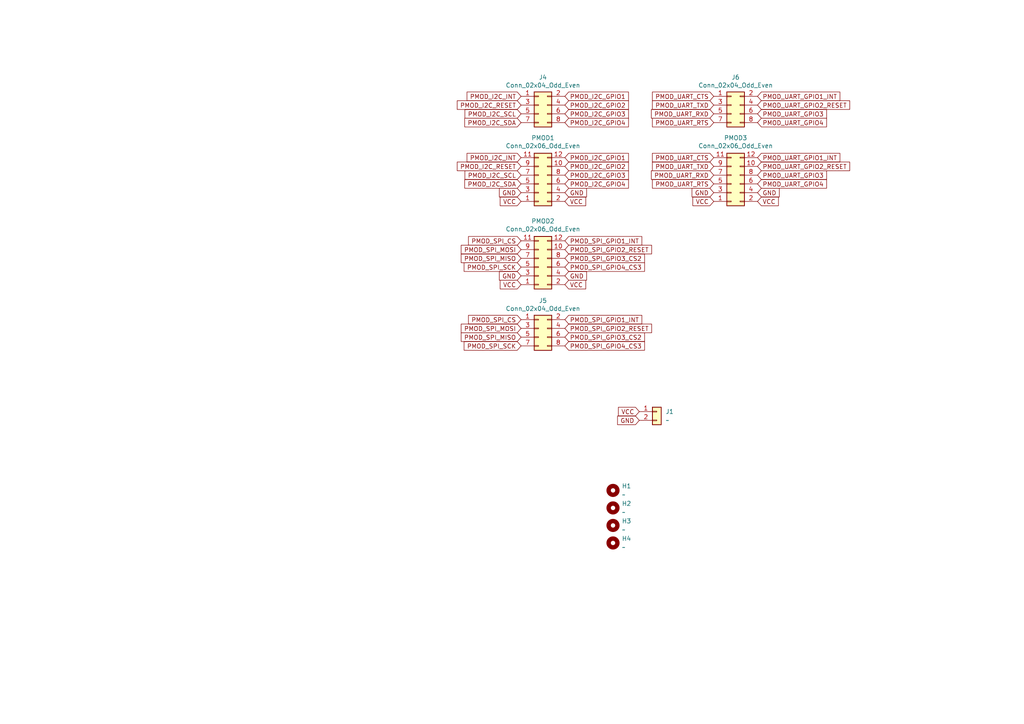
<source format=kicad_sch>
(kicad_sch (version 20211123) (generator eeschema)
  (paper "A4")
  (lib_symbols
    (symbol "Connector_Generic:Conn_01x02" (pin_names (offset 1.016) hide)
      (property "Reference" "J" (at 0 2.54 0))
      (property "Value" "Conn_01x02" (at 0 -5.08 0))
      (symbol "Conn_01x02_1_1"
        (rectangle (start -1.27 -2.413) (end 0 -2.667) (stroke (width 0.1524)))
        (rectangle (start -1.27 0.127) (end 0 -0.127) (stroke (width 0.1524)))
        (rectangle (start -1.27 1.27) (end 1.27 -3.81) (stroke (width 0.254)) (fill (type background)))
        (pin passive line (at -5.08 0 0) (length 3.81) (name "Pin_1") (number "1"))
        (pin passive line (at -5.08 -2.54 0) (length 3.81) (name "Pin_2") (number "2"))
      )
    )
    (symbol "Connector_Generic:Conn_02x04_Odd_Even" (pin_names (offset 1.016) hide)
      (property "Reference" "J" (at 1.27 5.08 0))
      (property "Value" "Conn_02x04_Odd_Even" (at 1.27 -7.62 0))
      (symbol "Conn_02x04_Odd_Even_1_1"
        (rectangle (start -1.27 -4.953) (end 0 -5.207) (stroke (width 0.1524)))
        (rectangle (start -1.27 -2.413) (end 0 -2.667) (stroke (width 0.1524)))
        (rectangle (start -1.27 0.127) (end 0 -0.127) (stroke (width 0.1524)))
        (rectangle (start -1.27 2.667) (end 0 2.413) (stroke (width 0.1524)))
        (rectangle (start -1.27 3.81) (end 3.81 -6.35) (stroke (width 0.254)) (fill (type background)))
        (rectangle (start 3.81 -4.953) (end 2.54 -5.207) (stroke (width 0.1524)))
        (rectangle (start 3.81 -2.413) (end 2.54 -2.667) (stroke (width 0.1524)))
        (rectangle (start 3.81 0.127) (end 2.54 -0.127) (stroke (width 0.1524)))
        (rectangle (start 3.81 2.667) (end 2.54 2.413) (stroke (width 0.1524)))
        (pin passive line (at -5.08 2.54 0) (length 3.81) (name "Pin_1") (number "1"))
        (pin passive line (at 7.62 2.54 180) (length 3.81) (name "Pin_2") (number "2"))
        (pin passive line (at -5.08 0 0) (length 3.81) (name "Pin_3") (number "3"))
        (pin passive line (at 7.62 0 180) (length 3.81) (name "Pin_4") (number "4"))
        (pin passive line (at -5.08 -2.54 0) (length 3.81) (name "Pin_5") (number "5"))
        (pin passive line (at 7.62 -2.54 180) (length 3.81) (name "Pin_6") (number "6"))
        (pin passive line (at -5.08 -5.08 0) (length 3.81) (name "Pin_7") (number "7"))
        (pin passive line (at 7.62 -5.08 180) (length 3.81) (name "Pin_8") (number "8"))
      )
    )
    (symbol "Connector_Generic:Conn_02x06_Odd_Even" (pin_names (offset 1.016) hide)
      (property "Reference" "J" (at 1.27 7.62 0))
      (property "Value" "Conn_02x06_Odd_Even" (at 1.27 -10.16 0))
      (symbol "Conn_02x06_Odd_Even_1_1"
        (rectangle (start -1.27 -7.493) (end 0 -7.747) (stroke (width 0.1524)))
        (rectangle (start -1.27 -4.953) (end 0 -5.207) (stroke (width 0.1524)))
        (rectangle (start -1.27 -2.413) (end 0 -2.667) (stroke (width 0.1524)))
        (rectangle (start -1.27 0.127) (end 0 -0.127) (stroke (width 0.1524)))
        (rectangle (start -1.27 2.667) (end 0 2.413) (stroke (width 0.1524)))
        (rectangle (start -1.27 5.207) (end 0 4.953) (stroke (width 0.1524)))
        (rectangle (start -1.27 6.35) (end 3.81 -8.89) (stroke (width 0.254)) (fill (type background)))
        (rectangle (start 3.81 -7.493) (end 2.54 -7.747) (stroke (width 0.1524)))
        (rectangle (start 3.81 -4.953) (end 2.54 -5.207) (stroke (width 0.1524)))
        (rectangle (start 3.81 -2.413) (end 2.54 -2.667) (stroke (width 0.1524)))
        (rectangle (start 3.81 0.127) (end 2.54 -0.127) (stroke (width 0.1524)))
        (rectangle (start 3.81 2.667) (end 2.54 2.413) (stroke (width 0.1524)))
        (rectangle (start 3.81 5.207) (end 2.54 4.953) (stroke (width 0.1524)))
        (pin passive line (at -5.08 5.08 0) (length 3.81) (name "Pin_1") (number "1"))
        (pin passive line (at 7.62 -5.08 180) (length 3.81) (name "Pin_10") (number "10"))
        (pin passive line (at -5.08 -7.62 0) (length 3.81) (name "Pin_11") (number "11"))
        (pin passive line (at 7.62 -7.62 180) (length 3.81) (name "Pin_12") (number "12"))
        (pin passive line (at 7.62 5.08 180) (length 3.81) (name "Pin_2") (number "2"))
        (pin passive line (at -5.08 2.54 0) (length 3.81) (name "Pin_3") (number "3"))
        (pin passive line (at 7.62 2.54 180) (length 3.81) (name "Pin_4") (number "4"))
        (pin passive line (at -5.08 0 0) (length 3.81) (name "Pin_5") (number "5"))
        (pin passive line (at 7.62 0 180) (length 3.81) (name "Pin_6") (number "6"))
        (pin passive line (at -5.08 -2.54 0) (length 3.81) (name "Pin_7") (number "7"))
        (pin passive line (at 7.62 -2.54 180) (length 3.81) (name "Pin_8") (number "8"))
        (pin passive line (at -5.08 -5.08 0) (length 3.81) (name "Pin_9") (number "9"))
      )
    )
    (symbol "Mechanical:MountingHole" (pin_names (offset 1.016))
      (property "Reference" "H" (at 0 5.08 0))
      (property "Value" "MountingHole" (at 0 3.175 0))
      (symbol "MountingHole_0_1"
        (circle (center 0 0) (radius 1.27) (stroke (width 1.27)))
      )
    )
  )
  (global_label "GND" (shape input) (at 163.83 55.88 0) (property "Intersheet-verwijzingen" "${INTERSHEET_REFS}" (effects hide)))
  (global_label "PMOD_UART_RTS" (shape input) (at 207.01 35.56 180) (property "Intersheet-verwijzingen" "${INTERSHEET_REFS}" (effects hide)))
  (global_label "PMOD_I2C_INT" (shape input) (at 151.13 45.72 180) (property "Intersheet-verwijzingen" "${INTERSHEET_REFS}" (effects hide)))
  (global_label "VCC" (shape input) (at 185.42 119.38 180) (property "Intersheet-verwijzingen" "${INTERSHEET_REFS}" (effects hide)))
  (global_label "GND" (shape input) (at 163.83 80.01 0) (property "Intersheet-verwijzingen" "${INTERSHEET_REFS}" (effects hide)))
  (global_label "PMOD_SPI_SCK" (shape input) (at 151.13 100.33 180) (property "Intersheet-verwijzingen" "${INTERSHEET_REFS}" (effects hide)))
  (global_label "PMOD_UART_GPIO2_RESET" (shape input) (at 219.71 30.48 0) (property "Intersheet-verwijzingen" "${INTERSHEET_REFS}" (effects hide)))
  (global_label "PMOD_I2C_GPIO1" (shape input) (at 163.83 27.94 0) (property "Intersheet-verwijzingen" "${INTERSHEET_REFS}" (effects hide)))
  (global_label "PMOD_UART_GPIO4" (shape input) (at 219.71 53.34 0) (property "Intersheet-verwijzingen" "${INTERSHEET_REFS}" (effects hide)))
  (global_label "PMOD_UART_TXD" (shape input) (at 207.01 48.26 180) (property "Intersheet-verwijzingen" "${INTERSHEET_REFS}" (effects hide)))
  (global_label "PMOD_UART_CTS" (shape input) (at 207.01 27.94 180) (property "Intersheet-verwijzingen" "${INTERSHEET_REFS}" (effects hide)))
  (global_label "PMOD_SPI_GPIO1_INT" (shape input) (at 163.83 69.85 0) (property "Intersheet-verwijzingen" "${INTERSHEET_REFS}" (effects hide)))
  (global_label "GND" (shape input) (at 219.71 55.88 0) (property "Intersheet-verwijzingen" "${INTERSHEET_REFS}" (effects hide)))
  (global_label "PMOD_UART_RXD" (shape input) (at 207.01 50.8 180) (property "Intersheet-verwijzingen" "${INTERSHEET_REFS}" (effects hide)))
  (global_label "PMOD_UART_GPIO4" (shape input) (at 219.71 35.56 0) (property "Intersheet-verwijzingen" "${INTERSHEET_REFS}" (effects hide)))
  (global_label "PMOD_SPI_GPIO4_CS3" (shape input) (at 163.83 77.47 0) (property "Intersheet-verwijzingen" "${INTERSHEET_REFS}" (effects hide)))
  (global_label "PMOD_SPI_GPIO4_CS3" (shape input) (at 163.83 100.33 0) (property "Intersheet-verwijzingen" "${INTERSHEET_REFS}" (effects hide)))
  (global_label "PMOD_I2C_GPIO3" (shape input) (at 163.83 50.8 0) (property "Intersheet-verwijzingen" "${INTERSHEET_REFS}" (effects hide)))
  (global_label "PMOD_UART_TXD" (shape input) (at 207.01 30.48 180) (property "Intersheet-verwijzingen" "${INTERSHEET_REFS}" (effects hide)))
  (global_label "PMOD_UART_GPIO1_INT" (shape input) (at 219.71 45.72 0) (property "Intersheet-verwijzingen" "${INTERSHEET_REFS}" (effects hide)))
  (global_label "PMOD_SPI_GPIO3_CS2" (shape input) (at 163.83 74.93 0) (property "Intersheet-verwijzingen" "${INTERSHEET_REFS}" (effects hide)))
  (global_label "PMOD_SPI_GPIO1_INT" (shape input) (at 163.83 92.71 0) (property "Intersheet-verwijzingen" "${INTERSHEET_REFS}" (effects hide)))
  (global_label "PMOD_SPI_CS" (shape input) (at 151.13 69.85 180) (property "Intersheet-verwijzingen" "${INTERSHEET_REFS}" (effects hide)))
  (global_label "PMOD_SPI_MOSI" (shape input) (at 151.13 72.39 180) (property "Intersheet-verwijzingen" "${INTERSHEET_REFS}" (effects hide)))
  (global_label "VCC" (shape input) (at 163.83 58.42 0) (property "Intersheet-verwijzingen" "${INTERSHEET_REFS}" (effects hide)))
  (global_label "PMOD_I2C_SDA" (shape input) (at 151.13 35.56 180) (property "Intersheet-verwijzingen" "${INTERSHEET_REFS}" (effects hide)))
  (global_label "PMOD_SPI_SCK" (shape input) (at 151.13 77.47 180) (property "Intersheet-verwijzingen" "${INTERSHEET_REFS}" (effects hide)))
  (global_label "GND" (shape input) (at 207.01 55.88 180) (property "Intersheet-verwijzingen" "${INTERSHEET_REFS}" (effects hide)))
  (global_label "PMOD_UART_RXD" (shape input) (at 207.01 33.02 180) (property "Intersheet-verwijzingen" "${INTERSHEET_REFS}" (effects hide)))
  (global_label "VCC" (shape input) (at 151.13 58.42 180) (property "Intersheet-verwijzingen" "${INTERSHEET_REFS}" (effects hide)))
  (global_label "PMOD_I2C_SCL" (shape input) (at 151.13 50.8 180) (property "Intersheet-verwijzingen" "${INTERSHEET_REFS}" (effects hide)))
  (global_label "PMOD_I2C_GPIO4" (shape input) (at 163.83 53.34 0) (property "Intersheet-verwijzingen" "${INTERSHEET_REFS}" (effects hide)))
  (global_label "PMOD_I2C_INT" (shape input) (at 151.13 27.94 180) (property "Intersheet-verwijzingen" "${INTERSHEET_REFS}" (effects hide)))
  (global_label "VCC" (shape input) (at 207.01 58.42 180) (property "Intersheet-verwijzingen" "${INTERSHEET_REFS}" (effects hide)))
  (global_label "PMOD_SPI_MOSI" (shape input) (at 151.13 95.25 180) (property "Intersheet-verwijzingen" "${INTERSHEET_REFS}" (effects hide)))
  (global_label "PMOD_UART_CTS" (shape input) (at 207.01 45.72 180) (property "Intersheet-verwijzingen" "${INTERSHEET_REFS}" (effects hide)))
  (global_label "PMOD_UART_GPIO1_INT" (shape input) (at 219.71 27.94 0) (property "Intersheet-verwijzingen" "${INTERSHEET_REFS}" (effects hide)))
  (global_label "PMOD_SPI_MISO" (shape input) (at 151.13 74.93 180) (property "Intersheet-verwijzingen" "${INTERSHEET_REFS}" (effects hide)))
  (global_label "PMOD_UART_RTS" (shape input) (at 207.01 53.34 180) (property "Intersheet-verwijzingen" "${INTERSHEET_REFS}" (effects hide)))
  (global_label "PMOD_SPI_GPIO3_CS2" (shape input) (at 163.83 97.79 0) (property "Intersheet-verwijzingen" "${INTERSHEET_REFS}" (effects hide)))
  (global_label "PMOD_UART_GPIO3" (shape input) (at 219.71 33.02 0) (property "Intersheet-verwijzingen" "${INTERSHEET_REFS}" (effects hide)))
  (global_label "PMOD_SPI_GPIO2_RESET" (shape input) (at 163.83 72.39 0) (property "Intersheet-verwijzingen" "${INTERSHEET_REFS}" (effects hide)))
  (global_label "PMOD_UART_GPIO2_RESET" (shape input) (at 219.71 48.26 0) (property "Intersheet-verwijzingen" "${INTERSHEET_REFS}" (effects hide)))
  (global_label "PMOD_I2C_GPIO2" (shape input) (at 163.83 30.48 0) (property "Intersheet-verwijzingen" "${INTERSHEET_REFS}" (effects hide)))
  (global_label "PMOD_SPI_GPIO2_RESET" (shape input) (at 163.83 95.25 0) (property "Intersheet-verwijzingen" "${INTERSHEET_REFS}" (effects hide)))
  (global_label "PMOD_I2C_RESET" (shape input) (at 151.13 30.48 180) (property "Intersheet-verwijzingen" "${INTERSHEET_REFS}" (effects hide)))
  (global_label "GND" (shape input) (at 151.13 80.01 180) (property "Intersheet-verwijzingen" "${INTERSHEET_REFS}" (effects hide)))
  (global_label "PMOD_UART_GPIO3" (shape input) (at 219.71 50.8 0) (property "Intersheet-verwijzingen" "${INTERSHEET_REFS}" (effects hide)))
  (global_label "PMOD_SPI_MISO" (shape input) (at 151.13 97.79 180) (property "Intersheet-verwijzingen" "${INTERSHEET_REFS}" (effects hide)))
  (global_label "PMOD_I2C_GPIO4" (shape input) (at 163.83 35.56 0) (property "Intersheet-verwijzingen" "${INTERSHEET_REFS}" (effects hide)))
  (global_label "PMOD_I2C_SDA" (shape input) (at 151.13 53.34 180) (property "Intersheet-verwijzingen" "${INTERSHEET_REFS}" (effects hide)))
  (global_label "GND" (shape input) (at 151.13 55.88 180) (property "Intersheet-verwijzingen" "${INTERSHEET_REFS}" (effects hide)))
  (global_label "PMOD_I2C_RESET" (shape input) (at 151.13 48.26 180) (property "Intersheet-verwijzingen" "${INTERSHEET_REFS}" (effects hide)))
  (global_label "PMOD_I2C_GPIO3" (shape input) (at 163.83 33.02 0) (property "Intersheet-verwijzingen" "${INTERSHEET_REFS}" (effects hide)))
  (global_label "PMOD_I2C_GPIO2" (shape input) (at 163.83 48.26 0) (property "Intersheet-verwijzingen" "${INTERSHEET_REFS}" (effects hide)))
  (global_label "PMOD_I2C_GPIO1" (shape input) (at 163.83 45.72 0) (property "Intersheet-verwijzingen" "${INTERSHEET_REFS}" (effects hide)))
  (global_label "PMOD_SPI_CS" (shape input) (at 151.13 92.71 180) (property "Intersheet-verwijzingen" "${INTERSHEET_REFS}" (effects hide)))
  (global_label "VCC" (shape input) (at 151.13 82.55 180) (property "Intersheet-verwijzingen" "${INTERSHEET_REFS}" (effects hide)))
  (global_label "VCC" (shape input) (at 219.71 58.42 0) (property "Intersheet-verwijzingen" "${INTERSHEET_REFS}" (effects hide)))
  (global_label "PMOD_I2C_SCL" (shape input) (at 151.13 33.02 180) (property "Intersheet-verwijzingen" "${INTERSHEET_REFS}" (effects hide)))
  (global_label "VCC" (shape input) (at 163.83 82.55 0) (property "Intersheet-verwijzingen" "${INTERSHEET_REFS}" (effects hide)))
  (global_label "GND" (shape input) (at 185.42 121.92 180) (property "Intersheet-verwijzingen" "${INTERSHEET_REFS}" (effects hide)))
  (symbol (lib_id "Connector_Generic:Conn_02x06_Odd_Even") (at 156.21 53.34 0) (mirror x) (unit 1)
    (property "Reference" "PMOD1" (at 157.48 40.005 0))
    (property "Value" "Conn_02x06_Odd_Even" (at 157.48 42.3164 0))
    (property "Footprint" "Connector_PinSocket_2.54mm:PinSocket_2x06_P2.54mm_Horizontal" (effects hide))
  )
  (symbol (lib_id "Connector_Generic:Conn_02x06_Odd_Even") (at 156.21 77.47 0) (mirror x) (unit 1)
    (property "Reference" "PMOD2" (at 157.48 64.135 0))
    (property "Value" "Conn_02x06_Odd_Even" (at 157.48 66.4464 0))
    (property "Footprint" "Connector_PinSocket_2.54mm:PinSocket_2x06_P2.54mm_Horizontal" (effects hide))
  )
  (symbol (lib_id "Connector_Generic:Conn_02x06_Odd_Even") (at 212.09 53.34 0) (mirror x) (unit 1)
    (property "Reference" "PMOD3" (at 213.36 40.005 0))
    (property "Value" "Conn_02x06_Odd_Even" (at 213.36 42.3164 0))
    (property "Footprint" "Connector_PinSocket_2.54mm:PinSocket_2x06_P2.54mm_Horizontal" (effects hide))
  )
  (symbol (lib_id "Connector_Generic:Conn_02x04_Odd_Even") (at 156.21 95.25 0) (unit 1)
    (property "Reference" "J5" (at 157.48 87.1982 0))
    (property "Value" "Conn_02x04_Odd_Even" (at 157.48 89.5096 0))
    (property "Footprint" "Connector_PinHeader_2.54mm:PinHeader_2x04_P2.54mm_Vertical" (effects hide))
  )
  (symbol (lib_id "Connector_Generic:Conn_02x04_Odd_Even") (at 156.21 30.48 0) (unit 1)
    (property "Reference" "J4" (at 157.48 22.4282 0))
    (property "Value" "Conn_02x04_Odd_Even" (at 157.48 24.7396 0))
    (property "Footprint" "Connector_PinHeader_2.54mm:PinHeader_2x04_P2.54mm_Vertical" (effects hide))
  )
  (symbol (lib_id "Connector_Generic:Conn_02x04_Odd_Even") (at 212.09 30.48 0) (unit 1)
    (property "Reference" "J6" (at 213.36 22.4282 0))
    (property "Value" "Conn_02x04_Odd_Even" (at 213.36 24.7396 0))
    (property "Footprint" "Connector_PinHeader_2.54mm:PinHeader_2x04_P2.54mm_Vertical" (effects hide))
  )
  (symbol (lib_id "Mechanical:MountingHole") (at 177.8 142.24 0) (unit 1)
    (property "Reference" "H1" (at 180.34 140.9699 0) (effects (justify left)))
    (property "Value" "~" (at 180.34 143.5099 0) (effects (justify left)))
    (property "Footprint" "MountingHole:MountingHole_4.3mm_M4_Pad_Via" (effects hide))
  )
  (symbol (lib_id "Connector_Generic:Conn_01x02") (at 190.5 119.38 0) (unit 1)
    (property "Reference" "J1" (at 193.04 119.3799 0) (effects (justify left)))
    (property "Value" "~" (at 193.04 121.9199 0) (effects (justify left)))
    (property "Footprint" "Connector_PinHeader_2.54mm:PinHeader_1x02_P2.54mm_Vertical" (effects hide))
  )
  (symbol (lib_id "Mechanical:MountingHole") (at 177.8 152.4 0) (unit 1)
    (property "Reference" "H3" (at 180.34 151.1299 0) (effects (justify left)))
    (property "Value" "~" (at 180.34 153.6699 0) (effects (justify left)))
    (property "Footprint" "MountingHole:MountingHole_4.3mm_M4_Pad_Via" (effects hide))
  )
  (symbol (lib_id "Mechanical:MountingHole") (at 177.8 147.32 0) (unit 1)
    (property "Reference" "H2" (at 180.34 146.0499 0) (effects (justify left)))
    (property "Value" "~" (at 180.34 148.5899 0) (effects (justify left)))
    (property "Footprint" "MountingHole:MountingHole_4.3mm_M4_Pad_Via" (effects hide))
  )
  (symbol (lib_id "Mechanical:MountingHole") (at 177.8 157.48 0) (unit 1)
    (property "Reference" "H4" (at 180.34 156.2099 0) (effects (justify left)))
    (property "Value" "~" (at 180.34 158.7499 0) (effects (justify left)))
    (property "Footprint" "MountingHole:MountingHole_4.3mm_M4_Pad_Via" (effects hide))
  )
)
</source>
